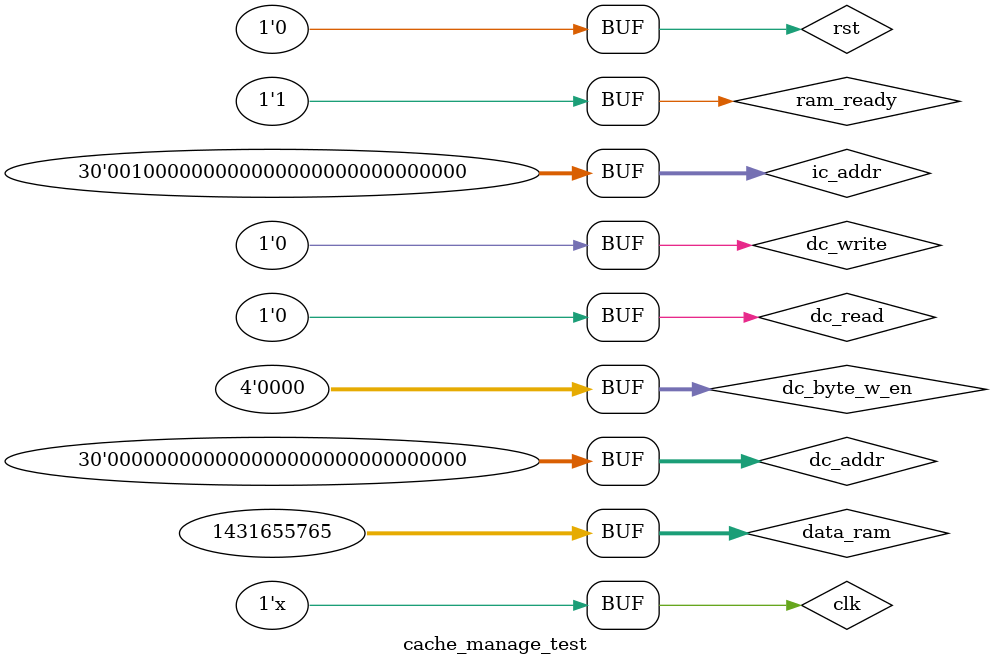
<source format=v>
`timescale 1ns / 1ps


module cache_manage_test();

reg [29:0] ic_addr, dc_addr;
reg [31:0] data_ram, data_reg;
reg dc_write, dc_read, clk, rst;
reg ram_ready;
reg [3:0] dc_byte_w_en;

wire [31:0] dc_data,ic_data;
wire [29:0] ram_addr;
wire mem_stall, ram_en, ram_write;

cache_manage_unit cmu(ic_addr, data_ram, dc_read, dc_write, dc_addr, data_reg,
    dc_byte_w_en, clk, rst, ram_ready,
    ic_data, dc_data, mem_stall,
    ram_en, ram_write, ram_addr);

initial begin
    clk = 0;
    rst = 1;#10;
    rst = 0;#2;

    ic_addr = 30'h00000000;
    dc_addr = 30'h00000000;
    dc_write = 0;
    dc_read = 0;
    ram_ready = 0;
    dc_byte_w_en = 4'b0000;
    #4;
    data_ram = 32'hf0f0f0f0;
    ram_ready = 1;
    #7;
    #10;
    data_ram = 32'hffff000;
    ram_ready = 1;
    #6;
    #10;
    data_ram = 32'hff00ff0;
    ram_ready = 1;
    #32;
    ic_addr = 30'h08000000;
    ram_ready = 0;
    #10;
    data_ram = 32'h55555555;
    ram_ready = 1;


end
always begin
    clk = ~clk;#4;
end


endmodule

</source>
